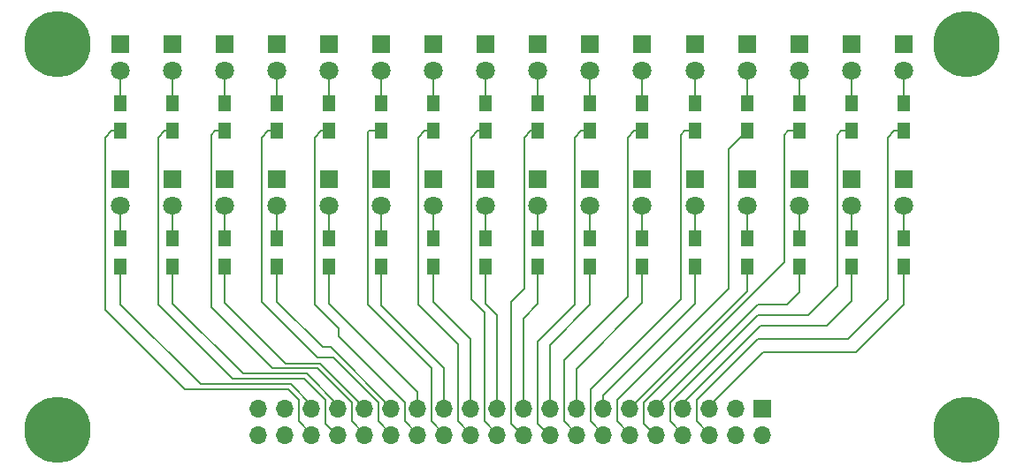
<source format=gbr>
G04 #@! TF.FileFunction,Copper,L1,Top,Signal*
%FSLAX46Y46*%
G04 Gerber Fmt 4.6, Leading zero omitted, Abs format (unit mm)*
G04 Created by KiCad (PCBNEW 4.0.5) date 06/03/17 13:20:55*
%MOMM*%
%LPD*%
G01*
G04 APERTURE LIST*
%ADD10C,0.150000*%
%ADD11R,1.800000X1.800000*%
%ADD12C,1.800000*%
%ADD13R,1.300000X1.500000*%
%ADD14C,6.350000*%
%ADD15R,1.700000X1.700000*%
%ADD16O,1.700000X1.700000*%
%ADD17C,0.203200*%
G04 APERTURE END LIST*
D10*
D11*
X107000000Y-40016000D03*
D12*
X107000000Y-42556000D03*
D11*
X107000000Y-53016000D03*
D12*
X107000000Y-55556000D03*
D11*
X112000000Y-40016000D03*
D12*
X112000000Y-42556000D03*
D11*
X112000000Y-53016000D03*
D12*
X112000000Y-55556000D03*
D11*
X117000000Y-40016000D03*
D12*
X117000000Y-42556000D03*
D11*
X117000000Y-53016000D03*
D12*
X117000000Y-55556000D03*
D11*
X122000000Y-40016000D03*
D12*
X122000000Y-42556000D03*
D11*
X122000000Y-53016000D03*
D12*
X122000000Y-55556000D03*
D11*
X127000000Y-40016000D03*
D12*
X127000000Y-42556000D03*
D11*
X127000000Y-53016000D03*
D12*
X127000000Y-55556000D03*
D11*
X132000000Y-40016000D03*
D12*
X132000000Y-42556000D03*
D11*
X132000000Y-53016000D03*
D12*
X132000000Y-55556000D03*
D11*
X137000000Y-40016000D03*
D12*
X137000000Y-42556000D03*
D11*
X137000000Y-53016000D03*
D12*
X137000000Y-55556000D03*
D11*
X142000000Y-40016000D03*
D12*
X142000000Y-42556000D03*
D11*
X142000000Y-53016000D03*
D12*
X142000000Y-55556000D03*
D13*
X67000000Y-45666000D03*
X67000000Y-48366000D03*
X67000000Y-58666000D03*
X67000000Y-61366000D03*
X72000000Y-45666000D03*
X72000000Y-48366000D03*
X72000000Y-58666000D03*
X72000000Y-61366000D03*
X77000000Y-45666000D03*
X77000000Y-48366000D03*
X77000000Y-58666000D03*
X77000000Y-61366000D03*
X82000000Y-45666000D03*
X82000000Y-48366000D03*
X82000000Y-58666000D03*
X82000000Y-61366000D03*
X87000000Y-45666000D03*
X87000000Y-48366000D03*
X87000000Y-58666000D03*
X87000000Y-61366000D03*
X92000000Y-45666000D03*
X92000000Y-48366000D03*
X92000000Y-58666000D03*
X92000000Y-61366000D03*
X97000000Y-45666000D03*
X97000000Y-48366000D03*
X97000000Y-58666000D03*
X97000000Y-61366000D03*
X102000000Y-45666000D03*
X102000000Y-48366000D03*
X102000000Y-58666000D03*
X102000000Y-61366000D03*
X107000000Y-45666000D03*
X107000000Y-48366000D03*
X107000000Y-58666000D03*
X107000000Y-61366000D03*
X112000000Y-45666000D03*
X112000000Y-48366000D03*
X112000000Y-58666000D03*
X112000000Y-61366000D03*
X117000000Y-45666000D03*
X117000000Y-48366000D03*
X117000000Y-58666000D03*
X117000000Y-61366000D03*
X122000000Y-45666000D03*
X122000000Y-48366000D03*
X122000000Y-58666000D03*
X122000000Y-61366000D03*
X127000000Y-45666000D03*
X127000000Y-48366000D03*
X127000000Y-58666000D03*
X127000000Y-61366000D03*
X132000000Y-45666000D03*
X132000000Y-48366000D03*
X132000000Y-58666000D03*
X132000000Y-61366000D03*
X137000000Y-45666000D03*
X137000000Y-48366000D03*
X137000000Y-58666000D03*
X137000000Y-61366000D03*
X142000000Y-45666000D03*
X142000000Y-48366000D03*
X142000000Y-58666000D03*
X142000000Y-61366000D03*
D11*
X67000000Y-40016000D03*
D12*
X67000000Y-42556000D03*
D11*
X67000000Y-53016000D03*
D12*
X67000000Y-55556000D03*
D11*
X72000000Y-40016000D03*
D12*
X72000000Y-42556000D03*
D11*
X72000000Y-53016000D03*
D12*
X72000000Y-55556000D03*
D11*
X77000000Y-40016000D03*
D12*
X77000000Y-42556000D03*
D11*
X77000000Y-53016000D03*
D12*
X77000000Y-55556000D03*
D11*
X82000000Y-40016000D03*
D12*
X82000000Y-42556000D03*
D11*
X82000000Y-53016000D03*
D12*
X82000000Y-55556000D03*
D11*
X87000000Y-40016000D03*
D12*
X87000000Y-42556000D03*
D11*
X87000000Y-53016000D03*
D12*
X87000000Y-55556000D03*
D11*
X92000000Y-40016000D03*
D12*
X92000000Y-42556000D03*
D11*
X92000000Y-53016000D03*
D12*
X92000000Y-55556000D03*
D11*
X97000000Y-40016000D03*
D12*
X97000000Y-42556000D03*
D11*
X97000000Y-53016000D03*
D12*
X97000000Y-55556000D03*
D11*
X102000000Y-40016000D03*
D12*
X102000000Y-42556000D03*
D11*
X102000000Y-53016000D03*
D12*
X102000000Y-55556000D03*
D14*
X61000000Y-40000000D03*
X148000000Y-40000000D03*
X61000000Y-77000000D03*
X148000000Y-77000000D03*
D15*
X128500000Y-75016000D03*
D16*
X128500000Y-77556000D03*
X125960000Y-75016000D03*
X125960000Y-77556000D03*
X123420000Y-75016000D03*
X123420000Y-77556000D03*
X120880000Y-75016000D03*
X120880000Y-77556000D03*
X118340000Y-75016000D03*
X118340000Y-77556000D03*
X115800000Y-75016000D03*
X115800000Y-77556000D03*
X113260000Y-75016000D03*
X113260000Y-77556000D03*
X110720000Y-75016000D03*
X110720000Y-77556000D03*
X108180000Y-75016000D03*
X108180000Y-77556000D03*
X105640000Y-75016000D03*
X105640000Y-77556000D03*
X103100000Y-75016000D03*
X103100000Y-77556000D03*
X100560000Y-75016000D03*
X100560000Y-77556000D03*
X98020000Y-75016000D03*
X98020000Y-77556000D03*
X95480000Y-75016000D03*
X95480000Y-77556000D03*
X92940000Y-75016000D03*
X92940000Y-77556000D03*
X90400000Y-75016000D03*
X90400000Y-77556000D03*
X87860000Y-75016000D03*
X87860000Y-77556000D03*
X85320000Y-75016000D03*
X85320000Y-77556000D03*
X82780000Y-75016000D03*
X82780000Y-77556000D03*
X80240000Y-75016000D03*
X80240000Y-77556000D03*
D17*
X137000000Y-55556000D02*
X137000000Y-58666000D01*
X132000000Y-55556000D02*
X132000000Y-58666000D01*
X127000000Y-55556000D02*
X127000000Y-58666000D01*
X122000000Y-55556000D02*
X122000000Y-58666000D01*
X117000000Y-55556000D02*
X117000000Y-58666000D01*
X112000000Y-55556000D02*
X112000000Y-58666000D01*
X107000000Y-55556000D02*
X107000000Y-58666000D01*
X107000000Y-58666000D02*
X106500000Y-58166000D01*
X106500000Y-58166000D02*
X106500000Y-58016000D01*
X106500000Y-58016000D02*
X107000000Y-58666000D01*
X102000000Y-55556000D02*
X102000000Y-58666000D01*
X97000000Y-55556000D02*
X97000000Y-58666000D01*
X92000000Y-55556000D02*
X92000000Y-58666000D01*
X87000000Y-55556000D02*
X87000000Y-58666000D01*
X82000000Y-55556000D02*
X82000000Y-58666000D01*
X77000000Y-55556000D02*
X77000000Y-58666000D01*
X72000000Y-55556000D02*
X72000000Y-58666000D01*
X67000000Y-55556000D02*
X67000000Y-58666000D01*
X142000000Y-42556000D02*
X142000000Y-45666000D01*
X137000000Y-42556000D02*
X137000000Y-45666000D01*
X132000000Y-42556000D02*
X132000000Y-45666000D01*
X127000000Y-42556000D02*
X127000000Y-45666000D01*
X117000000Y-42556000D02*
X117000000Y-45666000D01*
X112000000Y-42556000D02*
X112000000Y-45666000D01*
X107000000Y-42556000D02*
X107000000Y-45666000D01*
X102000000Y-42556000D02*
X102000000Y-45666000D01*
X97000000Y-42556000D02*
X97000000Y-45666000D01*
X92000000Y-42556000D02*
X92000000Y-45666000D01*
X87000000Y-42556000D02*
X87000000Y-45666000D01*
X82000000Y-42556000D02*
X82000000Y-45666000D01*
X77000000Y-42556000D02*
X77000000Y-45666000D01*
X72000000Y-42556000D02*
X72000000Y-45666000D01*
X67000000Y-42556000D02*
X67000000Y-45666000D01*
X123420000Y-75016000D02*
X123420000Y-74700000D01*
X123420000Y-74700000D02*
X128524000Y-69596000D01*
X128524000Y-69596000D02*
X137414000Y-69596000D01*
X137414000Y-69596000D02*
X142000000Y-65010000D01*
X142000000Y-65010000D02*
X142000000Y-61366000D01*
X123420000Y-77556000D02*
X123420000Y-77446000D01*
X123420000Y-77446000D02*
X122174000Y-76200000D01*
X122174000Y-76200000D02*
X122174000Y-74168000D01*
X122174000Y-74168000D02*
X128016000Y-68326000D01*
X128016000Y-68326000D02*
X136652000Y-68326000D01*
X136652000Y-68326000D02*
X140462000Y-64516000D01*
X140462000Y-64516000D02*
X140462000Y-49022000D01*
X140462000Y-49022000D02*
X141118000Y-48366000D01*
X141118000Y-48366000D02*
X142000000Y-48366000D01*
X120880000Y-75016000D02*
X120880000Y-74446000D01*
X120880000Y-74446000D02*
X128270000Y-67056000D01*
X128270000Y-67056000D02*
X134620000Y-67056000D01*
X134620000Y-67056000D02*
X137000000Y-64676000D01*
X137000000Y-64676000D02*
X137000000Y-61366000D01*
X120880000Y-77556000D02*
X120880000Y-77446000D01*
X120880000Y-77446000D02*
X119634000Y-76200000D01*
X119634000Y-76200000D02*
X119634000Y-74422000D01*
X119634000Y-74422000D02*
X128016000Y-66040000D01*
X128016000Y-66040000D02*
X132842000Y-66040000D01*
X132842000Y-66040000D02*
X135636000Y-63246000D01*
X135636000Y-63246000D02*
X135636000Y-48768000D01*
X135636000Y-48768000D02*
X136038000Y-48366000D01*
X136038000Y-48366000D02*
X137000000Y-48366000D01*
X118340000Y-75016000D02*
X118340000Y-74700000D01*
X118340000Y-74700000D02*
X128016000Y-65024000D01*
X128016000Y-65024000D02*
X130810000Y-65024000D01*
X130810000Y-65024000D02*
X132000000Y-63834000D01*
X132000000Y-63834000D02*
X132000000Y-61366000D01*
X118340000Y-77556000D02*
X118196000Y-77556000D01*
X118196000Y-77556000D02*
X117094000Y-76454000D01*
X117094000Y-76454000D02*
X117094000Y-74422000D01*
X117094000Y-74422000D02*
X130556000Y-60960000D01*
X130556000Y-60960000D02*
X130556000Y-48768000D01*
X130556000Y-48768000D02*
X130958000Y-48366000D01*
X130958000Y-48366000D02*
X132000000Y-48366000D01*
X115800000Y-75016000D02*
X115800000Y-74954000D01*
X115800000Y-74954000D02*
X127000000Y-63754000D01*
X127000000Y-63754000D02*
X127000000Y-61366000D01*
X115800000Y-77556000D02*
X115800000Y-77446000D01*
X115800000Y-77446000D02*
X114554000Y-76200000D01*
X114554000Y-76200000D02*
X114554000Y-74168000D01*
X114554000Y-74168000D02*
X125222000Y-63500000D01*
X125222000Y-63500000D02*
X125222000Y-50144000D01*
X125222000Y-50144000D02*
X127000000Y-48366000D01*
X113260000Y-75016000D02*
X113260000Y-73684000D01*
X122000000Y-64944000D02*
X122000000Y-61366000D01*
X113260000Y-73684000D02*
X122000000Y-64944000D01*
X113260000Y-77556000D02*
X113260000Y-77446000D01*
X113260000Y-77446000D02*
X112014000Y-76200000D01*
X112014000Y-76200000D02*
X112014000Y-73152000D01*
X112014000Y-73152000D02*
X120650000Y-64516000D01*
X120650000Y-64516000D02*
X120650000Y-48768000D01*
X120650000Y-48768000D02*
X121052000Y-48366000D01*
X121052000Y-48366000D02*
X122000000Y-48366000D01*
X110720000Y-75016000D02*
X110720000Y-71144000D01*
X117000000Y-64864000D02*
X117000000Y-61366000D01*
X110720000Y-71144000D02*
X117000000Y-64864000D01*
X110720000Y-77556000D02*
X110720000Y-77446000D01*
X110720000Y-77446000D02*
X109474000Y-76200000D01*
X109474000Y-76200000D02*
X109474000Y-70358000D01*
X109474000Y-70358000D02*
X115570000Y-64262000D01*
X115570000Y-64262000D02*
X115570000Y-49022000D01*
X115570000Y-49022000D02*
X116226000Y-48366000D01*
X116226000Y-48366000D02*
X117000000Y-48366000D01*
X108180000Y-75016000D02*
X108180000Y-68858000D01*
X112000000Y-65038000D02*
X112000000Y-61366000D01*
X108180000Y-68858000D02*
X112000000Y-65038000D01*
X108180000Y-77556000D02*
X108036000Y-77556000D01*
X108036000Y-77556000D02*
X106934000Y-76454000D01*
X106934000Y-76454000D02*
X106934000Y-68580000D01*
X106934000Y-68580000D02*
X110490000Y-65024000D01*
X110490000Y-65024000D02*
X110490000Y-49022000D01*
X110490000Y-49022000D02*
X111146000Y-48366000D01*
X111146000Y-48366000D02*
X112000000Y-48366000D01*
X105640000Y-75016000D02*
X105640000Y-66318000D01*
X107000000Y-64958000D02*
X107000000Y-61366000D01*
X105640000Y-66318000D02*
X107000000Y-64958000D01*
X105640000Y-77556000D02*
X105496000Y-77556000D01*
X105496000Y-77556000D02*
X104394000Y-76454000D01*
X104394000Y-76454000D02*
X104394000Y-64770000D01*
X104394000Y-64770000D02*
X105664000Y-63500000D01*
X105664000Y-63500000D02*
X105664000Y-49022000D01*
X105664000Y-49022000D02*
X106320000Y-48366000D01*
X106320000Y-48366000D02*
X107000000Y-48366000D01*
X103100000Y-75016000D02*
X103100000Y-66016000D01*
X102000000Y-64916000D02*
X102000000Y-61366000D01*
X103100000Y-66016000D02*
X102000000Y-64916000D01*
X103100000Y-77556000D02*
X103100000Y-77446000D01*
X103100000Y-77446000D02*
X101854000Y-76200000D01*
X101854000Y-76200000D02*
X101854000Y-65786000D01*
X101854000Y-65786000D02*
X100584000Y-64516000D01*
X100584000Y-64516000D02*
X100584000Y-49022000D01*
X100584000Y-49022000D02*
X101240000Y-48366000D01*
X101240000Y-48366000D02*
X102000000Y-48366000D01*
X100560000Y-75016000D02*
X100560000Y-68302000D01*
X97000000Y-64742000D02*
X97000000Y-61366000D01*
X100560000Y-68302000D02*
X97000000Y-64742000D01*
X99314000Y-76200000D02*
X99314000Y-68834000D01*
X99314000Y-68834000D02*
X95504000Y-65024000D01*
X100560000Y-77556000D02*
X100560000Y-77446000D01*
X100560000Y-77446000D02*
X99314000Y-76200000D01*
X95504000Y-65024000D02*
X95504000Y-49022000D01*
X95504000Y-49022000D02*
X96160000Y-48366000D01*
X96160000Y-48366000D02*
X97000000Y-48366000D01*
X98020000Y-75016000D02*
X98020000Y-71096000D01*
X98020000Y-71096000D02*
X92000000Y-65076000D01*
X98020000Y-75016000D02*
X98020000Y-74398000D01*
X92000000Y-65076000D02*
X92000000Y-61366000D01*
X96774000Y-76200000D02*
X96774000Y-71120000D01*
X96774000Y-71120000D02*
X90678000Y-65024000D01*
X98020000Y-77556000D02*
X98020000Y-77446000D01*
X98020000Y-77446000D02*
X96774000Y-76200000D01*
X90678000Y-65024000D02*
X90678000Y-48514000D01*
X90678000Y-48514000D02*
X90826000Y-48366000D01*
X90826000Y-48366000D02*
X92000000Y-48366000D01*
X95480000Y-75016000D02*
X95480000Y-73382000D01*
X95480000Y-73382000D02*
X87000000Y-64902000D01*
X87000000Y-64902000D02*
X87000000Y-61366000D01*
X95480000Y-75016000D02*
X95480000Y-74652000D01*
X87000000Y-64902000D02*
X87000000Y-61366000D01*
X95480000Y-77556000D02*
X95480000Y-77446000D01*
X95480000Y-77446000D02*
X94234000Y-76200000D01*
X94234000Y-76200000D02*
X94234000Y-74422000D01*
X94234000Y-74422000D02*
X87884000Y-68072000D01*
X87884000Y-68072000D02*
X87884000Y-67310000D01*
X87884000Y-67310000D02*
X85598000Y-65024000D01*
X85598000Y-65024000D02*
X85598000Y-49022000D01*
X85598000Y-49022000D02*
X86254000Y-48366000D01*
X86254000Y-48366000D02*
X87000000Y-48366000D01*
X92940000Y-75016000D02*
X92940000Y-74906000D01*
X92940000Y-74906000D02*
X87122000Y-69088000D01*
X87122000Y-69088000D02*
X86360000Y-69088000D01*
X86360000Y-69088000D02*
X82000000Y-64728000D01*
X82000000Y-64728000D02*
X82000000Y-61366000D01*
X92940000Y-77556000D02*
X92940000Y-77446000D01*
X92940000Y-77446000D02*
X91694000Y-76200000D01*
X91694000Y-76200000D02*
X91694000Y-74422000D01*
X91694000Y-74422000D02*
X87376000Y-70104000D01*
X87376000Y-70104000D02*
X85852000Y-70104000D01*
X85852000Y-70104000D02*
X80518000Y-64770000D01*
X80518000Y-64770000D02*
X80518000Y-49022000D01*
X80518000Y-49022000D02*
X81174000Y-48366000D01*
X81174000Y-48366000D02*
X82000000Y-48366000D01*
X90400000Y-75016000D02*
X90400000Y-74906000D01*
X90400000Y-74906000D02*
X86156798Y-70662798D01*
X86156798Y-70662798D02*
X82854798Y-70662798D01*
X82854798Y-70662798D02*
X77000000Y-64808000D01*
X77000000Y-64808000D02*
X77000000Y-61366000D01*
X90400000Y-77556000D02*
X90400000Y-77446000D01*
X90400000Y-77446000D02*
X89154000Y-76200000D01*
X89154000Y-76200000D02*
X89154000Y-74422000D01*
X89154000Y-74422000D02*
X85852000Y-71120000D01*
X85852000Y-71120000D02*
X81534000Y-71120000D01*
X81534000Y-71120000D02*
X75692000Y-65278000D01*
X75692000Y-65278000D02*
X75692000Y-48768000D01*
X75692000Y-48768000D02*
X76094000Y-48366000D01*
X76094000Y-48366000D02*
X77000000Y-48366000D01*
X87860000Y-75016000D02*
X87860000Y-74652000D01*
X87860000Y-74652000D02*
X84836000Y-71628000D01*
X84836000Y-71628000D02*
X78740000Y-71628000D01*
X78740000Y-71628000D02*
X72000000Y-64888000D01*
X72000000Y-64888000D02*
X72000000Y-61366000D01*
X87860000Y-77556000D02*
X87716000Y-77556000D01*
X87716000Y-77556000D02*
X86614000Y-76454000D01*
X86614000Y-76454000D02*
X86614000Y-74168000D01*
X86614000Y-74168000D02*
X84582000Y-72136000D01*
X84582000Y-72136000D02*
X77724000Y-72136000D01*
X77724000Y-72136000D02*
X70612000Y-65024000D01*
X70612000Y-65024000D02*
X70612000Y-49022000D01*
X70612000Y-49022000D02*
X71268000Y-48366000D01*
X71268000Y-48366000D02*
X72000000Y-48366000D01*
X85320000Y-75016000D02*
X85320000Y-74652000D01*
X85320000Y-74652000D02*
X83312000Y-72644000D01*
X83312000Y-72644000D02*
X74676000Y-72644000D01*
X74676000Y-72644000D02*
X67000000Y-64968000D01*
X67000000Y-64968000D02*
X67000000Y-61366000D01*
X85320000Y-77556000D02*
X85320000Y-77446000D01*
X85320000Y-77446000D02*
X84074000Y-76200000D01*
X84074000Y-76200000D02*
X84074000Y-74168000D01*
X84074000Y-74168000D02*
X83058000Y-73152000D01*
X83058000Y-73152000D02*
X73152000Y-73152000D01*
X73152000Y-73152000D02*
X65532000Y-65532000D01*
X65532000Y-65532000D02*
X65532000Y-49022000D01*
X65532000Y-49022000D02*
X66188000Y-48366000D01*
X66188000Y-48366000D02*
X67000000Y-48366000D01*
X142000000Y-55556000D02*
X142000000Y-58666000D01*
X122000000Y-42556000D02*
X122000000Y-45666000D01*
M02*

</source>
